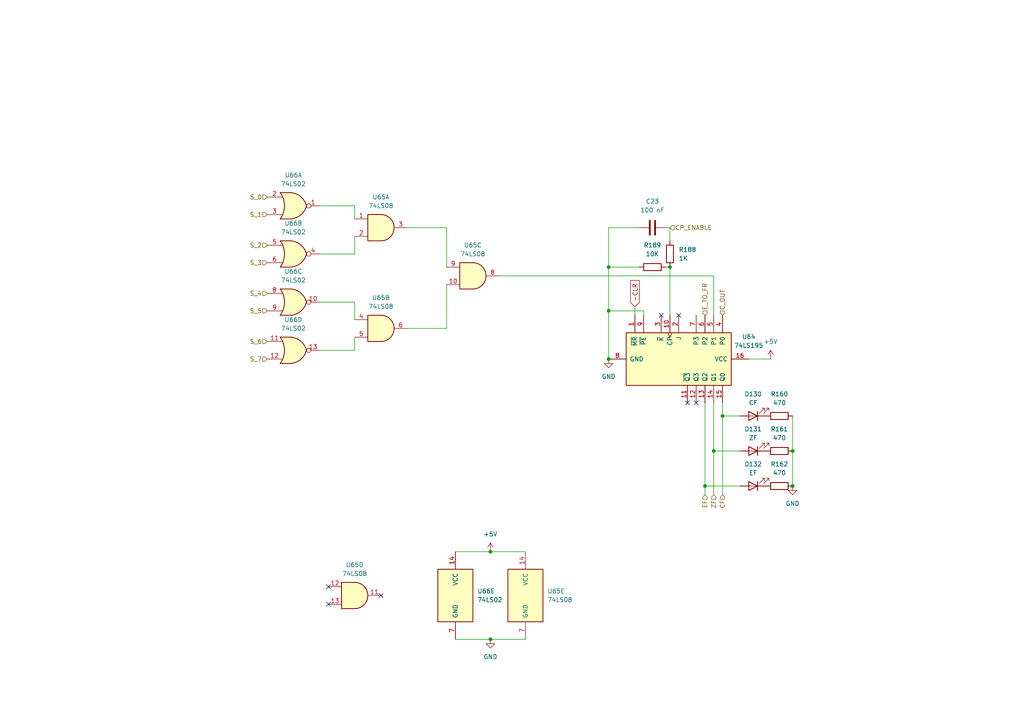
<source format=kicad_sch>
(kicad_sch (version 20230121) (generator eeschema)
  (paper "A4")
  (title_block (title "Flags Register") (date "2023-07-19") (rev "1"))
  (lib_symbols
    (symbol "74xx:74LS02" (pin_names (offset 1.016))
      (property "Reference" "U" (at 0 1.27 0))
      (property "Value" "74LS02" (at 0 -1.27 0))
      (symbol "74LS02_1_1"
        (arc (start -3.81 -3.81) (mid -2.589 0) (end -3.81 3.81) (stroke (width 0.254)))
        (arc (start -0.6096 -3.81) (mid 2.1842 -2.5851) (end 3.81 0) (stroke (width 0.254)) (fill (type background)))
        (polyline (pts (xy -3.81 -3.81) (xy -0.635 -3.81)) (stroke (width 0.254)) (fill (type background)))
        (polyline (pts (xy -3.81 3.81) (xy -0.635 3.81)) (stroke (width 0.254)) (fill (type background)))
        (polyline (pts (xy -0.635 3.81) (xy -3.81 3.81) (xy -3.81 3.81) (xy -3.556 3.4036) (xy -3.0226 2.2606) (xy -2.6924 1.0414) (xy -2.6162 -0.254) (xy -2.7686 -1.4986) (xy -3.175 -2.7178) (xy -3.81 -3.81) (xy -3.81 -3.81) (xy -0.635 -3.81)) (stroke (width -25.4)) (fill (type background)))
        (arc (start 3.81 0) (mid 2.1915 2.5936) (end -0.6096 3.81) (stroke (width 0.254)) (fill (type background)))
        (pin output inverted (at 7.62 0 180) (length 3.81) (name "~") (number "1"))
        (pin input line (at -7.62 2.54 0) (length 4.318) (name "~") (number "2"))
        (pin input line (at -7.62 -2.54 0) (length 4.318) (name "~") (number "3"))
      )
      (symbol "74LS02_1_2"
        (arc (start 0 -3.81) (mid 3.7934 0) (end 0 3.81) (stroke (width 0.254)) (fill (type background)))
        (polyline (pts (xy 0 3.81) (xy -3.81 3.81) (xy -3.81 -3.81) (xy 0 -3.81)) (stroke (width 0.254)) (fill (type background)))
        (pin output line (at 7.62 0 180) (length 3.81) (name "~") (number "1"))
        (pin input inverted (at -7.62 2.54 0) (length 3.81) (name "~") (number "2"))
        (pin input inverted (at -7.62 -2.54 0) (length 3.81) (name "~") (number "3"))
      )
      (symbol "74LS02_2_1"
        (arc (start -3.81 -3.81) (mid -2.589 0) (end -3.81 3.81) (stroke (width 0.254)))
        (arc (start -0.6096 -3.81) (mid 2.1842 -2.5851) (end 3.81 0) (stroke (width 0.254)) (fill (type background)))
        (polyline (pts (xy -3.81 -3.81) (xy -0.635 -3.81)) (stroke (width 0.254)) (fill (type background)))
        (polyline (pts (xy -3.81 3.81) (xy -0.635 3.81)) (stroke (width 0.254)) (fill (type background)))
        (polyline (pts (xy -0.635 3.81) (xy -3.81 3.81) (xy -3.81 3.81) (xy -3.556 3.4036) (xy -3.0226 2.2606) (xy -2.6924 1.0414) (xy -2.6162 -0.254) (xy -2.7686 -1.4986) (xy -3.175 -2.7178) (xy -3.81 -3.81) (xy -3.81 -3.81) (xy -0.635 -3.81)) (stroke (width -25.4)) (fill (type background)))
        (arc (start 3.81 0) (mid 2.1915 2.5936) (end -0.6096 3.81) (stroke (width 0.254)) (fill (type background)))
        (pin output inverted (at 7.62 0 180) (length 3.81) (name "~") (number "4"))
        (pin input line (at -7.62 2.54 0) (length 4.318) (name "~") (number "5"))
        (pin input line (at -7.62 -2.54 0) (length 4.318) (name "~") (number "6"))
      )
      (symbol "74LS02_2_2"
        (arc (start 0 -3.81) (mid 3.7934 0) (end 0 3.81) (stroke (width 0.254)) (fill (type background)))
        (polyline (pts (xy 0 3.81) (xy -3.81 3.81) (xy -3.81 -3.81) (xy 0 -3.81)) (stroke (width 0.254)) (fill (type background)))
        (pin output line (at 7.62 0 180) (length 3.81) (name "~") (number "4"))
        (pin input inverted (at -7.62 2.54 0) (length 3.81) (name "~") (number "5"))
        (pin input inverted (at -7.62 -2.54 0) (length 3.81) (name "~") (number "6"))
      )
      (symbol "74LS02_3_1"
        (arc (start -3.81 -3.81) (mid -2.589 0) (end -3.81 3.81) (stroke (width 0.254)))
        (arc (start -0.6096 -3.81) (mid 2.1842 -2.5851) (end 3.81 0) (stroke (width 0.254)) (fill (type background)))
        (polyline (pts (xy -3.81 -3.81) (xy -0.635 -3.81)) (stroke (width 0.254)) (fill (type background)))
        (polyline (pts (xy -3.81 3.81) (xy -0.635 3.81)) (stroke (width 0.254)) (fill (type background)))
        (polyline (pts (xy -0.635 3.81) (xy -3.81 3.81) (xy -3.81 3.81) (xy -3.556 3.4036) (xy -3.0226 2.2606) (xy -2.6924 1.0414) (xy -2.6162 -0.254) (xy -2.7686 -1.4986) (xy -3.175 -2.7178) (xy -3.81 -3.81) (xy -3.81 -3.81) (xy -0.635 -3.81)) (stroke (width -25.4)) (fill (type background)))
        (arc (start 3.81 0) (mid 2.1915 2.5936) (end -0.6096 3.81) (stroke (width 0.254)) (fill (type background)))
        (pin output inverted (at 7.62 0 180) (length 3.81) (name "~") (number "10"))
        (pin input line (at -7.62 2.54 0) (length 4.318) (name "~") (number "8"))
        (pin input line (at -7.62 -2.54 0) (length 4.318) (name "~") (number "9"))
      )
      (symbol "74LS02_3_2"
        (arc (start 0 -3.81) (mid 3.7934 0) (end 0 3.81) (stroke (width 0.254)) (fill (type background)))
        (polyline (pts (xy 0 3.81) (xy -3.81 3.81) (xy -3.81 -3.81) (xy 0 -3.81)) (stroke (width 0.254)) (fill (type background)))
        (pin output line (at 7.62 0 180) (length 3.81) (name "~") (number "10"))
        (pin input inverted (at -7.62 2.54 0) (length 3.81) (name "~") (number "8"))
        (pin input inverted (at -7.62 -2.54 0) (length 3.81) (name "~") (number "9"))
      )
      (symbol "74LS02_4_1"
        (arc (start -3.81 -3.81) (mid -2.589 0) (end -3.81 3.81) (stroke (width 0.254)))
        (arc (start -0.6096 -3.81) (mid 2.1842 -2.5851) (end 3.81 0) (stroke (width 0.254)) (fill (type background)))
        (polyline (pts (xy -3.81 -3.81) (xy -0.635 -3.81)) (stroke (width 0.254)) (fill (type background)))
        (polyline (pts (xy -3.81 3.81) (xy -0.635 3.81)) (stroke (width 0.254)) (fill (type background)))
        (polyline (pts (xy -0.635 3.81) (xy -3.81 3.81) (xy -3.81 3.81) (xy -3.556 3.4036) (xy -3.0226 2.2606) (xy -2.6924 1.0414) (xy -2.6162 -0.254) (xy -2.7686 -1.4986) (xy -3.175 -2.7178) (xy -3.81 -3.81) (xy -3.81 -3.81) (xy -0.635 -3.81)) (stroke (width -25.4)) (fill (type background)))
        (arc (start 3.81 0) (mid 2.1915 2.5936) (end -0.6096 3.81) (stroke (width 0.254)) (fill (type background)))
        (pin input line (at -7.62 2.54 0) (length 4.318) (name "~") (number "11"))
        (pin input line (at -7.62 -2.54 0) (length 4.318) (name "~") (number "12"))
        (pin output inverted (at 7.62 0 180) (length 3.81) (name "~") (number "13"))
      )
      (symbol "74LS02_4_2"
        (arc (start 0 -3.81) (mid 3.7934 0) (end 0 3.81) (stroke (width 0.254)) (fill (type background)))
        (polyline (pts (xy 0 3.81) (xy -3.81 3.81) (xy -3.81 -3.81) (xy 0 -3.81)) (stroke (width 0.254)) (fill (type background)))
        (pin input inverted (at -7.62 2.54 0) (length 3.81) (name "~") (number "11"))
        (pin input inverted (at -7.62 -2.54 0) (length 3.81) (name "~") (number "12"))
        (pin output line (at 7.62 0 180) (length 3.81) (name "~") (number "13"))
      )
      (symbol "74LS02_5_0"
        (pin power_in line (at 0 12.7 270) (length 5.08) (name "VCC") (number "14"))
        (pin power_in line (at 0 -12.7 90) (length 5.08) (name "GND") (number "7"))
      )
      (symbol "74LS02_5_1"
        (rectangle (start -5.08 7.62) (end 5.08 -7.62) (stroke (width 0.254)) (fill (type background)))
      )
    )
    (symbol "74xx:74LS08" (pin_names (offset 1.016))
      (property "Reference" "U" (at 0 1.27 0))
      (property "Value" "74LS08" (at 0 -1.27 0))
      (symbol "74LS08_1_1"
        (arc (start 0 -3.81) (mid 3.7934 0) (end 0 3.81) (stroke (width 0.254)) (fill (type background)))
        (polyline (pts (xy 0 3.81) (xy -3.81 3.81) (xy -3.81 -3.81) (xy 0 -3.81)) (stroke (width 0.254)) (fill (type background)))
        (pin input line (at -7.62 2.54 0) (length 3.81) (name "~") (number "1"))
        (pin input line (at -7.62 -2.54 0) (length 3.81) (name "~") (number "2"))
        (pin output line (at 7.62 0 180) (length 3.81) (name "~") (number "3"))
      )
      (symbol "74LS08_1_2"
        (arc (start -3.81 -3.81) (mid -2.589 0) (end -3.81 3.81) (stroke (width 0.254)))
        (arc (start -0.6096 -3.81) (mid 2.1842 -2.5851) (end 3.81 0) (stroke (width 0.254)) (fill (type background)))
        (polyline (pts (xy -3.81 -3.81) (xy -0.635 -3.81)) (stroke (width 0.254)) (fill (type background)))
        (polyline (pts (xy -3.81 3.81) (xy -0.635 3.81)) (stroke (width 0.254)) (fill (type background)))
        (polyline (pts (xy -0.635 3.81) (xy -3.81 3.81) (xy -3.81 3.81) (xy -3.556 3.4036) (xy -3.0226 2.2606) (xy -2.6924 1.0414) (xy -2.6162 -0.254) (xy -2.7686 -1.4986) (xy -3.175 -2.7178) (xy -3.81 -3.81) (xy -3.81 -3.81) (xy -0.635 -3.81)) (stroke (width -25.4)) (fill (type background)))
        (arc (start 3.81 0) (mid 2.1915 2.5936) (end -0.6096 3.81) (stroke (width 0.254)) (fill (type background)))
        (pin input inverted (at -7.62 2.54 0) (length 4.318) (name "~") (number "1"))
        (pin input inverted (at -7.62 -2.54 0) (length 4.318) (name "~") (number "2"))
        (pin output inverted (at 7.62 0 180) (length 3.81) (name "~") (number "3"))
      )
      (symbol "74LS08_2_1"
        (arc (start 0 -3.81) (mid 3.7934 0) (end 0 3.81) (stroke (width 0.254)) (fill (type background)))
        (polyline (pts (xy 0 3.81) (xy -3.81 3.81) (xy -3.81 -3.81) (xy 0 -3.81)) (stroke (width 0.254)) (fill (type background)))
        (pin input line (at -7.62 2.54 0) (length 3.81) (name "~") (number "4"))
        (pin input line (at -7.62 -2.54 0) (length 3.81) (name "~") (number "5"))
        (pin output line (at 7.62 0 180) (length 3.81) (name "~") (number "6"))
      )
      (symbol "74LS08_2_2"
        (arc (start -3.81 -3.81) (mid -2.589 0) (end -3.81 3.81) (stroke (width 0.254)))
        (arc (start -0.6096 -3.81) (mid 2.1842 -2.5851) (end 3.81 0) (stroke (width 0.254)) (fill (type background)))
        (polyline (pts (xy -3.81 -3.81) (xy -0.635 -3.81)) (stroke (width 0.254)) (fill (type background)))
        (polyline (pts (xy -3.81 3.81) (xy -0.635 3.81)) (stroke (width 0.254)) (fill (type background)))
        (polyline (pts (xy -0.635 3.81) (xy -3.81 3.81) (xy -3.81 3.81) (xy -3.556 3.4036) (xy -3.0226 2.2606) (xy -2.6924 1.0414) (xy -2.6162 -0.254) (xy -2.7686 -1.4986) (xy -3.175 -2.7178) (xy -3.81 -3.81) (xy -3.81 -3.81) (xy -0.635 -3.81)) (stroke (width -25.4)) (fill (type background)))
        (arc (start 3.81 0) (mid 2.1915 2.5936) (end -0.6096 3.81) (stroke (width 0.254)) (fill (type background)))
        (pin input inverted (at -7.62 2.54 0) (length 4.318) (name "~") (number "4"))
        (pin input inverted (at -7.62 -2.54 0) (length 4.318) (name "~") (number "5"))
        (pin output inverted (at 7.62 0 180) (length 3.81) (name "~") (number "6"))
      )
      (symbol "74LS08_3_1"
        (arc (start 0 -3.81) (mid 3.7934 0) (end 0 3.81) (stroke (width 0.254)) (fill (type background)))
        (polyline (pts (xy 0 3.81) (xy -3.81 3.81) (xy -3.81 -3.81) (xy 0 -3.81)) (stroke (width 0.254)) (fill (type background)))
        (pin input line (at -7.62 -2.54 0) (length 3.81) (name "~") (number "10"))
        (pin output line (at 7.62 0 180) (length 3.81) (name "~") (number "8"))
        (pin input line (at -7.62 2.54 0) (length 3.81) (name "~") (number "9"))
      )
      (symbol "74LS08_3_2"
        (arc (start -3.81 -3.81) (mid -2.589 0) (end -3.81 3.81) (stroke (width 0.254)))
        (arc (start -0.6096 -3.81) (mid 2.1842 -2.5851) (end 3.81 0) (stroke (width 0.254)) (fill (type background)))
        (polyline (pts (xy -3.81 -3.81) (xy -0.635 -3.81)) (stroke (width 0.254)) (fill (type background)))
        (polyline (pts (xy -3.81 3.81) (xy -0.635 3.81)) (stroke (width 0.254)) (fill (type background)))
        (polyline (pts (xy -0.635 3.81) (xy -3.81 3.81) (xy -3.81 3.81) (xy -3.556 3.4036) (xy -3.0226 2.2606) (xy -2.6924 1.0414) (xy -2.6162 -0.254) (xy -2.7686 -1.4986) (xy -3.175 -2.7178) (xy -3.81 -3.81) (xy -3.81 -3.81) (xy -0.635 -3.81)) (stroke (width -25.4)) (fill (type background)))
        (arc (start 3.81 0) (mid 2.1915 2.5936) (end -0.6096 3.81) (stroke (width 0.254)) (fill (type background)))
        (pin input inverted (at -7.62 -2.54 0) (length 4.318) (name "~") (number "10"))
        (pin output inverted (at 7.62 0 180) (length 3.81) (name "~") (number "8"))
        (pin input inverted (at -7.62 2.54 0) (length 4.318) (name "~") (number "9"))
      )
      (symbol "74LS08_4_1"
        (arc (start 0 -3.81) (mid 3.7934 0) (end 0 3.81) (stroke (width 0.254)) (fill (type background)))
        (polyline (pts (xy 0 3.81) (xy -3.81 3.81) (xy -3.81 -3.81) (xy 0 -3.81)) (stroke (width 0.254)) (fill (type background)))
        (pin output line (at 7.62 0 180) (length 3.81) (name "~") (number "11"))
        (pin input line (at -7.62 2.54 0) (length 3.81) (name "~") (number "12"))
        (pin input line (at -7.62 -2.54 0) (length 3.81) (name "~") (number "13"))
      )
      (symbol "74LS08_4_2"
        (arc (start -3.81 -3.81) (mid -2.589 0) (end -3.81 3.81) (stroke (width 0.254)))
        (arc (start -0.6096 -3.81) (mid 2.1842 -2.5851) (end 3.81 0) (stroke (width 0.254)) (fill (type background)))
        (polyline (pts (xy -3.81 -3.81) (xy -0.635 -3.81)) (stroke (width 0.254)) (fill (type background)))
        (polyline (pts (xy -3.81 3.81) (xy -0.635 3.81)) (stroke (width 0.254)) (fill (type background)))
        (polyline (pts (xy -0.635 3.81) (xy -3.81 3.81) (xy -3.81 3.81) (xy -3.556 3.4036) (xy -3.0226 2.2606) (xy -2.6924 1.0414) (xy -2.6162 -0.254) (xy -2.7686 -1.4986) (xy -3.175 -2.7178) (xy -3.81 -3.81) (xy -3.81 -3.81) (xy -0.635 -3.81)) (stroke (width -25.4)) (fill (type background)))
        (arc (start 3.81 0) (mid 2.1915 2.5936) (end -0.6096 3.81) (stroke (width 0.254)) (fill (type background)))
        (pin output inverted (at 7.62 0 180) (length 3.81) (name "~") (number "11"))
        (pin input inverted (at -7.62 2.54 0) (length 4.318) (name "~") (number "12"))
        (pin input inverted (at -7.62 -2.54 0) (length 4.318) (name "~") (number "13"))
      )
      (symbol "74LS08_5_0"
        (pin power_in line (at 0 12.7 270) (length 5.08) (name "VCC") (number "14"))
        (pin power_in line (at 0 -12.7 90) (length 5.08) (name "GND") (number "7"))
      )
      (symbol "74LS08_5_1"
        (rectangle (start -5.08 7.62) (end 5.08 -7.62) (stroke (width 0.254)) (fill (type background)))
      )
    )
    (symbol "74xx:74LS195" (pin_names (offset 1.016))
      (property "Reference" "U" (at -7.62 16.51 0))
      (property "Value" "74LS195" (at -7.62 -16.51 0))
      (symbol "74LS195_1_0"
        (pin input line (at -12.7 -12.7 0) (length 5.08) (name "~{MR}") (number "1"))
        (pin input clock (at -12.7 -2.54 0) (length 5.08) (name "CP") (number "10"))
        (pin output line (at 12.7 2.54 180) (length 5.08) (name "~{Q3}") (number "11"))
        (pin output line (at 12.7 5.08 180) (length 5.08) (name "Q3") (number "12"))
        (pin output line (at 12.7 7.62 180) (length 5.08) (name "Q2") (number "13"))
        (pin output line (at 12.7 10.16 180) (length 5.08) (name "Q1") (number "14"))
        (pin output line (at 12.7 12.7 180) (length 5.08) (name "Q0") (number "15"))
        (pin power_in line (at 0 20.32 270) (length 5.08) (name "VCC") (number "16"))
        (pin input line (at -12.7 0 0) (length 5.08) (name "J") (number "2"))
        (pin input line (at -12.7 -5.08 0) (length 5.08) (name "~{K}") (number "3"))
        (pin input line (at -12.7 12.7 0) (length 5.08) (name "P0") (number "4"))
        (pin input line (at -12.7 10.16 0) (length 5.08) (name "P1") (number "5"))
        (pin input line (at -12.7 7.62 0) (length 5.08) (name "P2") (number "6"))
        (pin input line (at -12.7 5.08 0) (length 5.08) (name "P3") (number "7"))
        (pin power_in line (at 0 -20.32 90) (length 5.08) (name "GND") (number "8"))
        (pin input line (at -12.7 -10.16 0) (length 5.08) (name "~{PE}") (number "9"))
      )
      (symbol "74LS195_1_1"
        (rectangle (start -7.62 15.24) (end 7.62 -15.24) (stroke (width 0.254)) (fill (type background)))
      )
    )
    (symbol "Device:C" (pin_numbers hide) (pin_names (offset 0.254))
      (property "Reference" "C" (at 0.635 2.54 0))
      (property "Value" "C" (at 0.635 -2.54 0))
      (symbol "C_0_1"
        (polyline (pts (xy -2.032 -0.762) (xy 2.032 -0.762)) (stroke (width 0.508)))
        (polyline (pts (xy -2.032 0.762) (xy 2.032 0.762)) (stroke (width 0.508)))
      )
      (symbol "C_1_1"
        (pin passive line (at 0 3.81 270) (length 2.794) (name "~") (number "1"))
        (pin passive line (at 0 -3.81 90) (length 2.794) (name "~") (number "2"))
      )
    )
    (symbol "Device:LED" (pin_numbers hide) (pin_names (offset 1.016) hide)
      (property "Reference" "D" (at 0 2.54 0))
      (property "Value" "LED" (at 0 -2.54 0))
      (symbol "LED_0_1"
        (polyline (pts (xy -1.27 -1.27) (xy -1.27 1.27)) (stroke (width 0.254)))
        (polyline (pts (xy -1.27 0) (xy 1.27 0)))
        (polyline (pts (xy 1.27 -1.27) (xy 1.27 1.27) (xy -1.27 0) (xy 1.27 -1.27)) (stroke (width 0.254)))
        (polyline (pts (xy -3.048 -0.762) (xy -4.572 -2.286) (xy -3.81 -2.286) (xy -4.572 -2.286) (xy -4.572 -1.524)))
        (polyline (pts (xy -1.778 -0.762) (xy -3.302 -2.286) (xy -2.54 -2.286) (xy -3.302 -2.286) (xy -3.302 -1.524)))
      )
      (symbol "LED_1_1"
        (pin passive line (at -3.81 0 0) (length 2.54) (name "K") (number "1"))
        (pin passive line (at 3.81 0 180) (length 2.54) (name "A") (number "2"))
      )
    )
    (symbol "Device:R" (pin_numbers hide) (pin_names (offset 0))
      (property "Reference" "R" (at 2.032 0 90))
      (property "Value" "R" (at 0 0 90))
      (symbol "R_0_1"
        (rectangle (start -1.016 -2.54) (end 1.016 2.54) (stroke (width 0.254)))
      )
      (symbol "R_1_1"
        (pin passive line (at 0 3.81 270) (length 1.27) (name "~") (number "1"))
        (pin passive line (at 0 -3.81 90) (length 1.27) (name "~") (number "2"))
      )
    )
    (symbol "power:+5V" (power) (pin_names (offset 0))
      (property "Value" "+5V" (at 0 3.556 0))
      (symbol "+5V_0_1"
        (polyline (pts (xy -0.762 1.27) (xy 0 2.54)))
        (polyline (pts (xy 0 0) (xy 0 2.54)))
        (polyline (pts (xy 0 2.54) (xy 0.762 1.27)))
      )
      (symbol "+5V_1_1"
        (pin power_in line (at 0 0 90) (length 0) hide (name "+5V") (number "1"))
      )
    )
    (symbol "power:GND" (power) (pin_names (offset 0))
      (property "Value" "GND" (at 0 -3.81 0))
      (symbol "GND_0_1"
        (polyline (pts (xy 0 0) (xy 0 -1.27) (xy 1.27 -1.27) (xy 0 -2.54) (xy -1.27 -1.27) (xy 0 -1.27)))
      )
      (symbol "GND_1_1"
        (pin power_in line (at 0 0 270) (length 0) hide (name "GND") (number "1"))
      )
    )
  )
  (junction (at 204.47 140.97))
  (junction (at 142.24 185.42))
  (junction (at 194.31 77.47))
  (junction (at 209.55 120.65))
  (junction (at 176.53 77.47))
  (junction (at 229.87 130.81))
  (junction (at 176.53 104.14))
  (junction (at 142.24 160.02))
  (junction (at 207.01 130.81))
  (junction (at 229.87 140.97))
  (junction (at 176.53 90.17))
  (no_connect (at 196.85 91.44))
  (no_connect (at 191.77 91.44))
  (no_connect (at 95.25 170.18))
  (no_connect (at 201.93 116.84))
  (no_connect (at 199.39 116.84))
  (no_connect (at 95.25 175.26))
  (no_connect (at 110.49 172.72))
  (wire (pts (xy 102.87 59.69) (xy 102.87 63.5)))
  (wire (pts (xy 102.87 87.63) (xy 102.87 92.71)))
  (wire (pts (xy 204.47 140.97) (xy 204.47 116.84)))
  (wire (pts (xy 176.53 66.04) (xy 176.53 77.47)))
  (wire (pts (xy 102.87 101.6) (xy 102.87 97.79)))
  (wire (pts (xy 129.54 66.04) (xy 129.54 77.47)))
  (wire (pts (xy 204.47 143.51) (xy 204.47 140.97)))
  (wire (pts (xy 207.01 143.51) (xy 207.01 130.81)))
  (wire (pts (xy 184.15 88.9) (xy 184.15 91.44)))
  (wire (pts (xy 209.55 120.65) (xy 214.63 120.65)))
  (wire (pts (xy 209.55 120.65) (xy 209.55 116.84)))
  (wire (pts (xy 185.42 66.04) (xy 176.53 66.04)))
  (wire (pts (xy 217.17 104.14) (xy 223.52 104.14)))
  (wire (pts (xy 186.69 90.17) (xy 176.53 90.17)))
  (wire (pts (xy 229.87 120.65) (xy 229.87 130.81)))
  (wire (pts (xy 142.24 185.42) (xy 152.4 185.42)))
  (wire (pts (xy 176.53 77.47) (xy 176.53 90.17)))
  (wire (pts (xy 229.87 130.81) (xy 229.87 140.97)))
  (wire (pts (xy 207.01 130.81) (xy 207.01 116.84)))
  (wire (pts (xy 186.69 91.44) (xy 186.69 90.17)))
  (wire (pts (xy 207.01 130.81) (xy 214.63 130.81)))
  (wire (pts (xy 207.01 80.01) (xy 207.01 91.44)))
  (wire (pts (xy 118.11 66.04) (xy 129.54 66.04)))
  (wire (pts (xy 92.71 73.66) (xy 102.87 73.66)))
  (wire (pts (xy 144.78 80.01) (xy 207.01 80.01)))
  (wire (pts (xy 102.87 73.66) (xy 102.87 68.58)))
  (wire (pts (xy 142.24 160.02) (xy 152.4 160.02)))
  (wire (pts (xy 194.31 69.85) (xy 194.31 66.04)))
  (wire (pts (xy 176.53 77.47) (xy 185.42 77.47)))
  (wire (pts (xy 92.71 101.6) (xy 102.87 101.6)))
  (wire (pts (xy 129.54 95.25) (xy 129.54 82.55)))
  (wire (pts (xy 194.31 77.47) (xy 194.31 91.44)))
  (wire (pts (xy 209.55 143.51) (xy 209.55 120.65)))
  (wire (pts (xy 118.11 95.25) (xy 129.54 95.25)))
  (wire (pts (xy 176.53 90.17) (xy 176.53 104.14)))
  (wire (pts (xy 132.08 160.02) (xy 142.24 160.02)))
  (wire (pts (xy 194.31 66.04) (xy 193.04 66.04)))
  (wire (pts (xy 92.71 59.69) (xy 102.87 59.69)))
  (wire (pts (xy 204.47 140.97) (xy 214.63 140.97)))
  (wire (pts (xy 92.71 87.63) (xy 102.87 87.63)))
  (wire (pts (xy 132.08 185.42) (xy 142.24 185.42)))
  (wire (pts (xy 193.04 77.47) (xy 194.31 77.47)))
  (global_label "-CLR" (shape input) (at 184.15 88.9 90) (property "Intersheetrefs" "${INTERSHEET_REFS}" (effects hide)))
  (hierarchical_label "S_6" (shape input) (at 77.47 99.06 180))
  (hierarchical_label "ZF" (shape input) (at 207.01 143.51 270))
  (hierarchical_label "CF" (shape input) (at 209.55 143.51 270))
  (hierarchical_label "S_4" (shape input) (at 77.47 85.09 180))
  (hierarchical_label "S_2" (shape input) (at 77.47 71.12 180))
  (hierarchical_label "CP_ENABLE" (shape input) (at 194.31 66.04 0))
  (hierarchical_label "EF" (shape input) (at 204.47 143.51 270))
  (hierarchical_label "S_0" (shape input) (at 77.47 57.15 180))
  (hierarchical_label "E_TO_FR" (shape input) (at 204.47 91.44 90))
  (hierarchical_label "S_3" (shape input) (at 77.47 76.2 180))
  (hierarchical_label "S_7" (shape input) (at 77.47 104.14 180))
  (hierarchical_label "C_OUT" (shape input) (at 209.55 91.44 90))
  (hierarchical_label "S_1" (shape input) (at 77.47 62.23 180))
  (hierarchical_label "S_5" (shape input) (at 77.47 90.17 180))
  (symbol (lib_id "Device:R") (at 194.31 73.66 0) (unit 1)
    (property "Reference" "R188" (at 196.85 72.39 0) (effects (justify left)))
    (property "Value" "1K" (at 196.85 74.93 0) (effects (justify left)))
    (property "Footprint" "Resistor_SMD:R_1206_3216Metric_Pad1.30x1.75mm_HandSolder" (effects hide))
  )
  (symbol (lib_id "74xx:74LS08") (at 152.4 172.72 0) (unit 5)
    (property "Reference" "U65" (at 158.75 171.45 0) (effects (justify left)))
    (property "Value" "74LS08" (at 158.75 173.99 0) (effects (justify left)))
    (property "Footprint" "Package_DIP:DIP-14_W7.62mm_Socket" (effects hide))
    (property "Datasheet" "http://www.ti.com/lit/gpn/sn74LS08" (effects hide))
  )
  (symbol (lib_id "74xx:74LS02") (at 132.08 172.72 0) (unit 5)
    (property "Reference" "U66" (at 138.43 171.45 0) (effects (justify left)))
    (property "Value" "74LS02" (at 138.43 173.99 0) (effects (justify left)))
    (property "Footprint" "Package_DIP:DIP-14_W7.62mm_Socket" (effects hide))
    (property "Datasheet" "http://www.ti.com/lit/gpn/sn74ls02" (effects hide))
  )
  (symbol (lib_id "74xx:74LS08") (at 110.49 66.04 0) (unit 1)
    (property "Reference" "U65" (at 110.4817 57.15 0))
    (property "Value" "74LS08" (at 110.4817 59.69 0))
    (property "Footprint" "Package_DIP:DIP-14_W7.62mm_Socket" (effects hide))
    (property "Datasheet" "http://www.ti.com/lit/gpn/sn74LS08" (effects hide))
  )
  (symbol (lib_id "74xx:74LS02") (at 85.09 87.63 0) (unit 3)
    (property "Reference" "U66" (at 85.09 78.74 0))
    (property "Value" "74LS02" (at 85.09 81.28 0))
    (property "Footprint" "Package_DIP:DIP-14_W7.62mm_Socket" (effects hide))
    (property "Datasheet" "http://www.ti.com/lit/gpn/sn74ls02" (effects hide))
  )
  (symbol (lib_id "power:GND") (at 142.24 185.42 0) (unit 1)
    (property "Reference" "#PWR0120" (effects hide))
    (property "Value" "GND" (at 142.24 190.5 0))
  )
  (symbol (lib_id "Device:LED") (at 218.44 140.97 180) (unit 1)
    (property "Reference" "D132" (at 218.44 134.62 0))
    (property "Value" "EF" (at 218.44 137.16 0))
    (property "Footprint" "LED_THT:LED_D3.0mm" (effects hide))
  )
  (symbol (lib_id "Device:LED") (at 218.44 130.81 180) (unit 1)
    (property "Reference" "D131" (at 218.44 124.46 0))
    (property "Value" "ZF" (at 218.44 127 0))
    (property "Footprint" "LED_THT:LED_D3.0mm" (effects hide))
  )
  (symbol (lib_id "74xx:74LS02") (at 85.09 101.6 0) (unit 4)
    (property "Reference" "U66" (at 85.09 92.71 0))
    (property "Value" "74LS02" (at 85.09 95.25 0))
    (property "Footprint" "Package_DIP:DIP-14_W7.62mm_Socket" (effects hide))
    (property "Datasheet" "http://www.ti.com/lit/gpn/sn74ls02" (effects hide))
  )
  (symbol (lib_id "Device:R") (at 226.06 120.65 90) (unit 1)
    (property "Reference" "R160" (at 226.06 114.3 90))
    (property "Value" "470" (at 226.06 116.84 90))
    (property "Footprint" "Resistor_SMD:R_1206_3216Metric_Pad1.30x1.75mm_HandSolder" (effects hide))
  )
  (symbol (lib_id "Device:LED") (at 218.44 120.65 180) (unit 1)
    (property "Reference" "D130" (at 218.44 114.3 0))
    (property "Value" "CF" (at 218.44 116.84 0))
    (property "Footprint" "LED_THT:LED_D3.0mm" (effects hide))
  )
  (symbol (lib_id "Device:R") (at 226.06 140.97 90) (unit 1)
    (property "Reference" "R162" (at 226.06 134.62 90))
    (property "Value" "470" (at 226.06 137.16 90))
    (property "Footprint" "Resistor_SMD:R_1206_3216Metric_Pad1.30x1.75mm_HandSolder" (effects hide))
  )
  (symbol (lib_id "Device:R") (at 189.23 77.47 90) (unit 1)
    (property "Reference" "R189" (at 189.23 71.12 90))
    (property "Value" "10K" (at 189.23 73.66 90))
    (property "Footprint" "Resistor_SMD:R_1206_3216Metric_Pad1.30x1.75mm_HandSolder" (effects hide))
  )
  (symbol (lib_id "74xx:74LS195") (at 196.85 104.14 270) (unit 1)
    (property "Reference" "U64" (at 217.17 97.6883 90))
    (property "Value" "74LS195" (at 217.17 100.2283 90))
    (property "Footprint" "Package_DIP:DIP-16_W7.62mm_Socket" (effects hide))
    (property "Datasheet" "http://www.ti.com/lit/gpn/sn74LS195" (effects hide))
  )
  (symbol (lib_id "Device:C") (at 189.23 66.04 90) (unit 1)
    (property "Reference" "C23" (at 189.23 58.42 90))
    (property "Value" "100 nF" (at 189.23 60.96 90))
    (property "Footprint" "Resistor_SMD:R_1206_3216Metric_Pad1.30x1.75mm_HandSolder" (effects hide))
  )
  (symbol (lib_id "74xx:74LS02") (at 85.09 73.66 0) (unit 2)
    (property "Reference" "U66" (at 85.09 64.77 0))
    (property "Value" "74LS02" (at 85.09 67.31 0))
    (property "Footprint" "Package_DIP:DIP-14_W7.62mm_Socket" (effects hide))
    (property "Datasheet" "http://www.ti.com/lit/gpn/sn74ls02" (effects hide))
  )
  (symbol (lib_id "power:GND") (at 176.53 104.14 0) (unit 1)
    (property "Reference" "#PWR0117" (effects hide))
    (property "Value" "GND" (at 176.53 109.22 0))
  )
  (symbol (lib_id "power:GND") (at 229.87 140.97 0) (unit 1)
    (property "Reference" "#PWR0123" (effects hide))
    (property "Value" "GND" (at 229.87 146.05 0))
  )
  (symbol (lib_id "power:+5V") (at 223.52 104.14 0) (unit 1)
    (property "Reference" "#PWR0118" (effects hide))
    (property "Value" "+5V" (at 223.52 99.06 0))
  )
  (symbol (lib_id "74xx:74LS02") (at 85.09 59.69 0) (unit 1)
    (property "Reference" "U66" (at 85.09 50.8 0))
    (property "Value" "74LS02" (at 85.09 53.34 0))
    (property "Footprint" "Package_DIP:DIP-14_W7.62mm_Socket" (effects hide))
    (property "Datasheet" "http://www.ti.com/lit/gpn/sn74ls02" (effects hide))
  )
  (symbol (lib_id "74xx:74LS08") (at 110.49 95.25 0) (unit 2)
    (property "Reference" "U65" (at 110.4817 86.36 0))
    (property "Value" "74LS08" (at 110.4817 88.9 0))
    (property "Footprint" "Package_DIP:DIP-14_W7.62mm_Socket" (effects hide))
    (property "Datasheet" "http://www.ti.com/lit/gpn/sn74LS08" (effects hide))
  )
  (symbol (lib_id "Device:R") (at 226.06 130.81 90) (unit 1)
    (property "Reference" "R161" (at 226.06 124.46 90))
    (property "Value" "470" (at 226.06 127 90))
    (property "Footprint" "Resistor_SMD:R_1206_3216Metric_Pad1.30x1.75mm_HandSolder" (effects hide))
  )
  (symbol (lib_id "74xx:74LS08") (at 137.16 80.01 0) (unit 3)
    (property "Reference" "U65" (at 137.1517 71.12 0))
    (property "Value" "74LS08" (at 137.1517 73.66 0))
    (property "Footprint" "Package_DIP:DIP-14_W7.62mm_Socket" (effects hide))
    (property "Datasheet" "http://www.ti.com/lit/gpn/sn74LS08" (effects hide))
  )
  (symbol (lib_id "74xx:74LS08") (at 102.87 172.72 0) (unit 4)
    (property "Reference" "U65" (at 102.8617 163.83 0))
    (property "Value" "74LS08" (at 102.8617 166.37 0))
    (property "Footprint" "Package_DIP:DIP-14_W7.62mm_Socket" (effects hide))
    (property "Datasheet" "http://www.ti.com/lit/gpn/sn74LS08" (effects hide))
  )
  (symbol (lib_id "power:+5V") (at 142.24 160.02 0) (unit 1)
    (property "Reference" "#PWR0119" (effects hide))
    (property "Value" "+5V" (at 142.24 154.94 0))
  )
)
</source>
